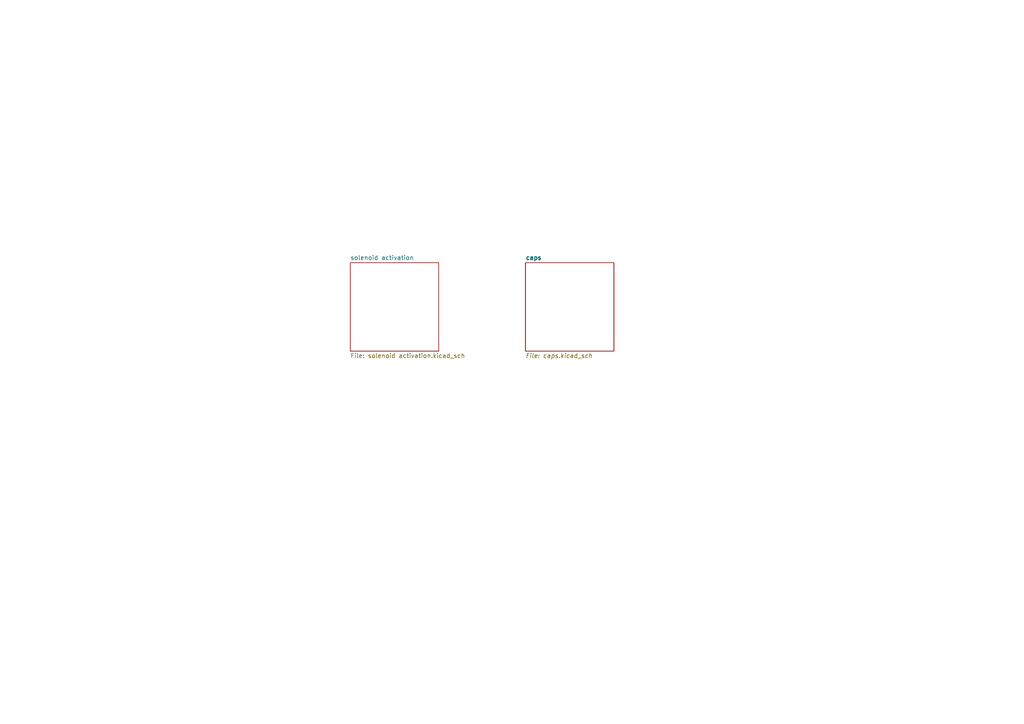
<source format=kicad_sch>
(kicad_sch
	(version 20231120)
	(generator "eeschema")
	(generator_version "8.0")
	(uuid "ed645744-3dd5-47d9-ada7-a59bad87c6ea")
	(paper "A4")
	(lib_symbols)
	(sheet
		(at 101.6 76.2)
		(size 25.654 25.654)
		(fields_autoplaced yes)
		(stroke
			(width 0.1524)
			(type solid)
		)
		(fill
			(color 0 0 0 0.0000)
		)
		(uuid "5e82c284-ab28-4c6b-8caa-f59246f3779e")
		(property "Sheetname" "solenoid activation"
			(at 101.6 75.4884 0)
			(effects
				(font
					(size 1.27 1.27)
				)
				(justify left bottom)
			)
		)
		(property "Sheetfile" "solenoid activation.kicad_sch"
			(at 101.6 102.4386 0)
			(effects
				(font
					(size 1.27 1.27)
				)
				(justify left top)
			)
		)
		(instances
			(project "2025l1"
				(path "/42f1a342-2581-49f6-a220-6ea8add89dfb/2141b66e-45d0-43fd-aaef-c9fd4e16da7c"
					(page "11")
				)
			)
		)
	)
	(sheet
		(at 152.4 76.2)
		(size 25.654 25.654)
		(fields_autoplaced yes)
		(stroke
			(width 0.1524)
			(type solid)
		)
		(fill
			(color 0 0 0 0.0000)
		)
		(uuid "e196d10e-c8d7-4713-a47b-fa701fb4b868")
		(property "Sheetname" "caps"
			(at 152.4 75.4884 0)
			(effects
				(font
					(size 1.27 1.27)
					(bold yes)
				)
				(justify left bottom)
			)
		)
		(property "Sheetfile" "caps.kicad_sch"
			(at 152.4 102.4386 0)
			(effects
				(font
					(size 1.27 1.27)
					(italic yes)
				)
				(justify left top)
			)
		)
		(instances
			(project "2025l1"
				(path "/42f1a342-2581-49f6-a220-6ea8add89dfb/2141b66e-45d0-43fd-aaef-c9fd4e16da7c"
					(page "10")
				)
			)
		)
	)
)
</source>
